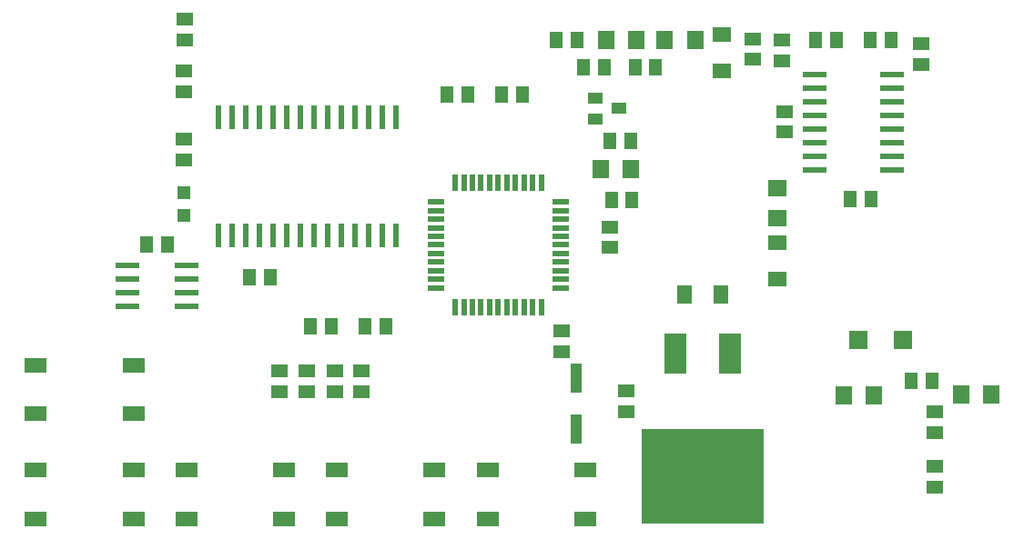
<source format=gtp>
G75*
%MOIN*%
%OFA0B0*%
%FSLAX24Y24*%
%IPPOS*%
%LPD*%
%AMOC8*
5,1,8,0,0,1.08239X$1,22.5*
%
%ADD10R,0.0197X0.0591*%
%ADD11R,0.0591X0.0197*%
%ADD12R,0.0820X0.1500*%
%ADD13R,0.4500X0.3500*%
%ADD14R,0.0827X0.0551*%
%ADD15R,0.0394X0.1102*%
%ADD16R,0.0591X0.0512*%
%ADD17R,0.0630X0.0512*%
%ADD18R,0.0866X0.0236*%
%ADD19R,0.0709X0.0551*%
%ADD20R,0.0551X0.0394*%
%ADD21R,0.0512X0.0630*%
%ADD22R,0.0551X0.0709*%
%ADD23R,0.0630X0.0709*%
%ADD24R,0.0709X0.0630*%
%ADD25R,0.0709X0.0669*%
%ADD26R,0.0512X0.0591*%
%ADD27R,0.0236X0.0866*%
%ADD28R,0.0472X0.0472*%
D10*
X017368Y008849D03*
X017683Y008849D03*
X017998Y008849D03*
X018313Y008849D03*
X018628Y008849D03*
X018943Y008849D03*
X019257Y008849D03*
X019572Y008849D03*
X019887Y008849D03*
X020202Y008849D03*
X020517Y008849D03*
X020517Y013416D03*
X020202Y013416D03*
X019887Y013416D03*
X019572Y013416D03*
X019257Y013416D03*
X018943Y013416D03*
X018628Y013416D03*
X018313Y013416D03*
X017998Y013416D03*
X017683Y013416D03*
X017368Y013416D03*
D11*
X016659Y012708D03*
X016659Y012393D03*
X016659Y012078D03*
X016659Y011763D03*
X016659Y011448D03*
X016659Y011133D03*
X016659Y010818D03*
X016659Y010503D03*
X016659Y010188D03*
X016659Y009873D03*
X016659Y009558D03*
X021226Y009558D03*
X021226Y009873D03*
X021226Y010188D03*
X021226Y010503D03*
X021226Y010818D03*
X021226Y011133D03*
X021226Y011448D03*
X021226Y011763D03*
X021226Y012078D03*
X021226Y012393D03*
X021226Y012708D03*
D12*
X025443Y007133D03*
X027443Y007133D03*
D13*
X026443Y002633D03*
D14*
X002006Y001094D03*
X002006Y002865D03*
X005588Y002865D03*
X007517Y002865D03*
X007517Y001094D03*
X005588Y001094D03*
X011100Y001094D03*
X013033Y001094D03*
X013033Y002865D03*
X011100Y002865D03*
X016616Y002865D03*
X018557Y002865D03*
X018557Y001094D03*
X016616Y001094D03*
X022139Y001094D03*
X022139Y002865D03*
X005592Y004956D03*
X005592Y006727D03*
X002009Y006727D03*
X002009Y004956D03*
D15*
X021797Y004389D03*
X021797Y006239D03*
D16*
X023647Y005771D03*
X023647Y005023D03*
X023041Y011042D03*
X023041Y011790D03*
X029423Y015279D03*
X029423Y016027D03*
X028265Y017936D03*
X028265Y018684D03*
X034443Y018507D03*
X034443Y017759D03*
X007478Y018660D03*
X007478Y019408D03*
X007443Y017507D03*
X007443Y016759D03*
D17*
X007443Y015007D03*
X007443Y014259D03*
X021265Y007964D03*
X021265Y007216D03*
X013943Y006507D03*
X013943Y005759D03*
X012950Y005759D03*
X011943Y005759D03*
X010943Y005759D03*
X010943Y006507D03*
X011943Y006507D03*
X012950Y006507D03*
X029324Y017897D03*
X029324Y018645D03*
X034943Y005007D03*
X034943Y004259D03*
X034943Y003007D03*
X034943Y002259D03*
D18*
X033360Y013883D03*
X033360Y014383D03*
X033360Y014883D03*
X033360Y015383D03*
X033360Y015883D03*
X033360Y016383D03*
X033360Y016883D03*
X033360Y017383D03*
X030525Y017383D03*
X030525Y016883D03*
X030525Y016383D03*
X030525Y015883D03*
X030525Y015383D03*
X030525Y014883D03*
X030525Y014383D03*
X030525Y013883D03*
X007525Y010383D03*
X007525Y009883D03*
X007525Y009383D03*
X007525Y008883D03*
X005360Y008883D03*
X005360Y009383D03*
X005360Y009883D03*
X005360Y010383D03*
D19*
X027147Y017503D03*
X027147Y018842D03*
X029159Y011216D03*
X029159Y009877D03*
D20*
X022509Y015759D03*
X023376Y016133D03*
X022509Y016507D03*
D21*
X022817Y017633D03*
X022069Y017633D03*
X021817Y018633D03*
X021069Y018633D03*
X023950Y017633D03*
X024698Y017633D03*
X023797Y014948D03*
X023049Y014948D03*
X023088Y012794D03*
X023836Y012794D03*
X034069Y006133D03*
X034817Y006133D03*
D22*
X027112Y009310D03*
X025773Y009310D03*
D23*
X031604Y005605D03*
X032706Y005605D03*
X035891Y005633D03*
X036994Y005633D03*
X023797Y013901D03*
X022694Y013901D03*
X022891Y018633D03*
X023994Y018633D03*
X025049Y018633D03*
X026151Y018633D03*
D24*
X029159Y013223D03*
X029159Y012121D03*
D25*
X032135Y007633D03*
X033750Y007633D03*
D26*
X032596Y012826D03*
X031848Y012826D03*
X031317Y018633D03*
X030569Y018633D03*
X032569Y018633D03*
X033317Y018633D03*
X019817Y016633D03*
X019069Y016633D03*
X017817Y016633D03*
X017069Y016633D03*
X006817Y011133D03*
X006069Y011133D03*
X009836Y009940D03*
X010584Y009940D03*
X012069Y008133D03*
X012817Y008133D03*
X014069Y008133D03*
X014817Y008133D03*
D27*
X014693Y011468D03*
X015193Y011468D03*
X014193Y011468D03*
X013693Y011468D03*
X013193Y011468D03*
X012693Y011468D03*
X012193Y011468D03*
X011693Y011468D03*
X011193Y011468D03*
X010693Y011468D03*
X010193Y011468D03*
X009693Y011468D03*
X009193Y011468D03*
X008693Y011468D03*
X008693Y015798D03*
X009193Y015798D03*
X009693Y015798D03*
X010193Y015798D03*
X010693Y015798D03*
X011193Y015798D03*
X011693Y015798D03*
X012193Y015798D03*
X012693Y015798D03*
X013193Y015798D03*
X013693Y015798D03*
X014193Y015798D03*
X014693Y015798D03*
X015193Y015798D03*
D28*
X007443Y013046D03*
X007443Y012219D03*
M02*

</source>
